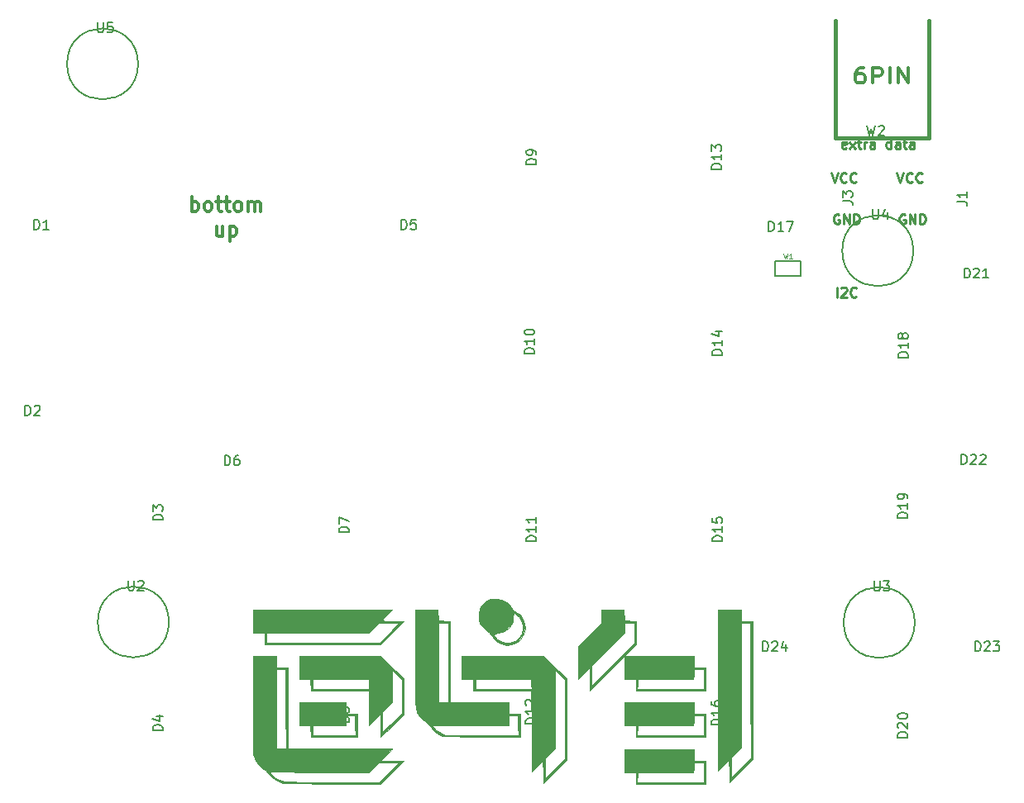
<source format=gto>
%TF.GenerationSoftware,KiCad,Pcbnew,4.0.6*%
%TF.CreationDate,2017-11-03T07:52:01+09:00*%
%TF.ProjectId,lets_split,6C6574735F73706C69742E6B69636164,rev?*%
%TF.FileFunction,Legend,Top*%
%FSLAX46Y46*%
G04 Gerber Fmt 4.6, Leading zero omitted, Abs format (unit mm)*
G04 Created by KiCad (PCBNEW 4.0.6) date 11/03/17 07:52:01*
%MOMM*%
%LPD*%
G01*
G04 APERTURE LIST*
%ADD10C,0.100000*%
%ADD11C,0.300000*%
%ADD12C,0.250000*%
%ADD13C,0.381000*%
%ADD14C,0.200000*%
%ADD15C,0.150000*%
%ADD16C,0.010000*%
%ADD17C,0.304800*%
G04 APERTURE END LIST*
D10*
D11*
X60964286Y-52403571D02*
X60964286Y-50903571D01*
X60964286Y-51475000D02*
X61107143Y-51403571D01*
X61392857Y-51403571D01*
X61535714Y-51475000D01*
X61607143Y-51546429D01*
X61678572Y-51689286D01*
X61678572Y-52117857D01*
X61607143Y-52260714D01*
X61535714Y-52332143D01*
X61392857Y-52403571D01*
X61107143Y-52403571D01*
X60964286Y-52332143D01*
X62535715Y-52403571D02*
X62392857Y-52332143D01*
X62321429Y-52260714D01*
X62250000Y-52117857D01*
X62250000Y-51689286D01*
X62321429Y-51546429D01*
X62392857Y-51475000D01*
X62535715Y-51403571D01*
X62750000Y-51403571D01*
X62892857Y-51475000D01*
X62964286Y-51546429D01*
X63035715Y-51689286D01*
X63035715Y-52117857D01*
X62964286Y-52260714D01*
X62892857Y-52332143D01*
X62750000Y-52403571D01*
X62535715Y-52403571D01*
X63464286Y-51403571D02*
X64035715Y-51403571D01*
X63678572Y-50903571D02*
X63678572Y-52189286D01*
X63750000Y-52332143D01*
X63892858Y-52403571D01*
X64035715Y-52403571D01*
X64321429Y-51403571D02*
X64892858Y-51403571D01*
X64535715Y-50903571D02*
X64535715Y-52189286D01*
X64607143Y-52332143D01*
X64750001Y-52403571D01*
X64892858Y-52403571D01*
X65607144Y-52403571D02*
X65464286Y-52332143D01*
X65392858Y-52260714D01*
X65321429Y-52117857D01*
X65321429Y-51689286D01*
X65392858Y-51546429D01*
X65464286Y-51475000D01*
X65607144Y-51403571D01*
X65821429Y-51403571D01*
X65964286Y-51475000D01*
X66035715Y-51546429D01*
X66107144Y-51689286D01*
X66107144Y-52117857D01*
X66035715Y-52260714D01*
X65964286Y-52332143D01*
X65821429Y-52403571D01*
X65607144Y-52403571D01*
X66750001Y-52403571D02*
X66750001Y-51403571D01*
X66750001Y-51546429D02*
X66821429Y-51475000D01*
X66964287Y-51403571D01*
X67178572Y-51403571D01*
X67321429Y-51475000D01*
X67392858Y-51617857D01*
X67392858Y-52403571D01*
X67392858Y-51617857D02*
X67464287Y-51475000D01*
X67607144Y-51403571D01*
X67821429Y-51403571D01*
X67964287Y-51475000D01*
X68035715Y-51617857D01*
X68035715Y-52403571D01*
X64142857Y-53953571D02*
X64142857Y-54953571D01*
X63500000Y-53953571D02*
X63500000Y-54739286D01*
X63571428Y-54882143D01*
X63714286Y-54953571D01*
X63928571Y-54953571D01*
X64071428Y-54882143D01*
X64142857Y-54810714D01*
X64857143Y-53953571D02*
X64857143Y-55453571D01*
X64857143Y-54025000D02*
X65000000Y-53953571D01*
X65285714Y-53953571D01*
X65428571Y-54025000D01*
X65500000Y-54096429D01*
X65571429Y-54239286D01*
X65571429Y-54667857D01*
X65500000Y-54810714D01*
X65428571Y-54882143D01*
X65285714Y-54953571D01*
X65000000Y-54953571D01*
X64857143Y-54882143D01*
D12*
X127023810Y-61202381D02*
X127023810Y-60202381D01*
X127452381Y-60297619D02*
X127500000Y-60250000D01*
X127595238Y-60202381D01*
X127833334Y-60202381D01*
X127928572Y-60250000D01*
X127976191Y-60297619D01*
X128023810Y-60392857D01*
X128023810Y-60488095D01*
X127976191Y-60630952D01*
X127404762Y-61202381D01*
X128023810Y-61202381D01*
X129023810Y-61107143D02*
X128976191Y-61154762D01*
X128833334Y-61202381D01*
X128738096Y-61202381D01*
X128595238Y-61154762D01*
X128500000Y-61059524D01*
X128452381Y-60964286D01*
X128404762Y-60773810D01*
X128404762Y-60630952D01*
X128452381Y-60440476D01*
X128500000Y-60345238D01*
X128595238Y-60250000D01*
X128738096Y-60202381D01*
X128833334Y-60202381D01*
X128976191Y-60250000D01*
X129023810Y-60297619D01*
X127964285Y-45904762D02*
X127869047Y-45952381D01*
X127678570Y-45952381D01*
X127583332Y-45904762D01*
X127535713Y-45809524D01*
X127535713Y-45428571D01*
X127583332Y-45333333D01*
X127678570Y-45285714D01*
X127869047Y-45285714D01*
X127964285Y-45333333D01*
X128011904Y-45428571D01*
X128011904Y-45523810D01*
X127535713Y-45619048D01*
X128345237Y-45952381D02*
X128869047Y-45285714D01*
X128345237Y-45285714D02*
X128869047Y-45952381D01*
X129107142Y-45285714D02*
X129488094Y-45285714D01*
X129249999Y-44952381D02*
X129249999Y-45809524D01*
X129297618Y-45904762D01*
X129392856Y-45952381D01*
X129488094Y-45952381D01*
X129821428Y-45952381D02*
X129821428Y-45285714D01*
X129821428Y-45476190D02*
X129869047Y-45380952D01*
X129916666Y-45333333D01*
X130011904Y-45285714D01*
X130107143Y-45285714D01*
X130869048Y-45952381D02*
X130869048Y-45428571D01*
X130821429Y-45333333D01*
X130726191Y-45285714D01*
X130535714Y-45285714D01*
X130440476Y-45333333D01*
X130869048Y-45904762D02*
X130773810Y-45952381D01*
X130535714Y-45952381D01*
X130440476Y-45904762D01*
X130392857Y-45809524D01*
X130392857Y-45714286D01*
X130440476Y-45619048D01*
X130535714Y-45571429D01*
X130773810Y-45571429D01*
X130869048Y-45523810D01*
X132535715Y-45952381D02*
X132535715Y-44952381D01*
X132535715Y-45904762D02*
X132440477Y-45952381D01*
X132250000Y-45952381D01*
X132154762Y-45904762D01*
X132107143Y-45857143D01*
X132059524Y-45761905D01*
X132059524Y-45476190D01*
X132107143Y-45380952D01*
X132154762Y-45333333D01*
X132250000Y-45285714D01*
X132440477Y-45285714D01*
X132535715Y-45333333D01*
X133440477Y-45952381D02*
X133440477Y-45428571D01*
X133392858Y-45333333D01*
X133297620Y-45285714D01*
X133107143Y-45285714D01*
X133011905Y-45333333D01*
X133440477Y-45904762D02*
X133345239Y-45952381D01*
X133107143Y-45952381D01*
X133011905Y-45904762D01*
X132964286Y-45809524D01*
X132964286Y-45714286D01*
X133011905Y-45619048D01*
X133107143Y-45571429D01*
X133345239Y-45571429D01*
X133440477Y-45523810D01*
X133773810Y-45285714D02*
X134154762Y-45285714D01*
X133916667Y-44952381D02*
X133916667Y-45809524D01*
X133964286Y-45904762D01*
X134059524Y-45952381D01*
X134154762Y-45952381D01*
X134916668Y-45952381D02*
X134916668Y-45428571D01*
X134869049Y-45333333D01*
X134773811Y-45285714D01*
X134583334Y-45285714D01*
X134488096Y-45333333D01*
X134916668Y-45904762D02*
X134821430Y-45952381D01*
X134583334Y-45952381D01*
X134488096Y-45904762D01*
X134440477Y-45809524D01*
X134440477Y-45714286D01*
X134488096Y-45619048D01*
X134583334Y-45571429D01*
X134821430Y-45571429D01*
X134916668Y-45523810D01*
X127238096Y-52750000D02*
X127142858Y-52702381D01*
X127000001Y-52702381D01*
X126857143Y-52750000D01*
X126761905Y-52845238D01*
X126714286Y-52940476D01*
X126666667Y-53130952D01*
X126666667Y-53273810D01*
X126714286Y-53464286D01*
X126761905Y-53559524D01*
X126857143Y-53654762D01*
X127000001Y-53702381D01*
X127095239Y-53702381D01*
X127238096Y-53654762D01*
X127285715Y-53607143D01*
X127285715Y-53273810D01*
X127095239Y-53273810D01*
X127714286Y-53702381D02*
X127714286Y-52702381D01*
X128285715Y-53702381D01*
X128285715Y-52702381D01*
X128761905Y-53702381D02*
X128761905Y-52702381D01*
X129000000Y-52702381D01*
X129142858Y-52750000D01*
X129238096Y-52845238D01*
X129285715Y-52940476D01*
X129333334Y-53130952D01*
X129333334Y-53273810D01*
X129285715Y-53464286D01*
X129238096Y-53559524D01*
X129142858Y-53654762D01*
X129000000Y-53702381D01*
X128761905Y-53702381D01*
X126416667Y-48452381D02*
X126750000Y-49452381D01*
X127083334Y-48452381D01*
X127988096Y-49357143D02*
X127940477Y-49404762D01*
X127797620Y-49452381D01*
X127702382Y-49452381D01*
X127559524Y-49404762D01*
X127464286Y-49309524D01*
X127416667Y-49214286D01*
X127369048Y-49023810D01*
X127369048Y-48880952D01*
X127416667Y-48690476D01*
X127464286Y-48595238D01*
X127559524Y-48500000D01*
X127702382Y-48452381D01*
X127797620Y-48452381D01*
X127940477Y-48500000D01*
X127988096Y-48547619D01*
X128988096Y-49357143D02*
X128940477Y-49404762D01*
X128797620Y-49452381D01*
X128702382Y-49452381D01*
X128559524Y-49404762D01*
X128464286Y-49309524D01*
X128416667Y-49214286D01*
X128369048Y-49023810D01*
X128369048Y-48880952D01*
X128416667Y-48690476D01*
X128464286Y-48595238D01*
X128559524Y-48500000D01*
X128702382Y-48452381D01*
X128797620Y-48452381D01*
X128940477Y-48500000D01*
X128988096Y-48547619D01*
X133988096Y-52750000D02*
X133892858Y-52702381D01*
X133750001Y-52702381D01*
X133607143Y-52750000D01*
X133511905Y-52845238D01*
X133464286Y-52940476D01*
X133416667Y-53130952D01*
X133416667Y-53273810D01*
X133464286Y-53464286D01*
X133511905Y-53559524D01*
X133607143Y-53654762D01*
X133750001Y-53702381D01*
X133845239Y-53702381D01*
X133988096Y-53654762D01*
X134035715Y-53607143D01*
X134035715Y-53273810D01*
X133845239Y-53273810D01*
X134464286Y-53702381D02*
X134464286Y-52702381D01*
X135035715Y-53702381D01*
X135035715Y-52702381D01*
X135511905Y-53702381D02*
X135511905Y-52702381D01*
X135750000Y-52702381D01*
X135892858Y-52750000D01*
X135988096Y-52845238D01*
X136035715Y-52940476D01*
X136083334Y-53130952D01*
X136083334Y-53273810D01*
X136035715Y-53464286D01*
X135988096Y-53559524D01*
X135892858Y-53654762D01*
X135750000Y-53702381D01*
X135511905Y-53702381D01*
X133166667Y-48452381D02*
X133500000Y-49452381D01*
X133833334Y-48452381D01*
X134738096Y-49357143D02*
X134690477Y-49404762D01*
X134547620Y-49452381D01*
X134452382Y-49452381D01*
X134309524Y-49404762D01*
X134214286Y-49309524D01*
X134166667Y-49214286D01*
X134119048Y-49023810D01*
X134119048Y-48880952D01*
X134166667Y-48690476D01*
X134214286Y-48595238D01*
X134309524Y-48500000D01*
X134452382Y-48452381D01*
X134547620Y-48452381D01*
X134690477Y-48500000D01*
X134738096Y-48547619D01*
X135738096Y-49357143D02*
X135690477Y-49404762D01*
X135547620Y-49452381D01*
X135452382Y-49452381D01*
X135309524Y-49404762D01*
X135214286Y-49309524D01*
X135166667Y-49214286D01*
X135119048Y-49023810D01*
X135119048Y-48880952D01*
X135166667Y-48690476D01*
X135214286Y-48595238D01*
X135309524Y-48500000D01*
X135452382Y-48452381D01*
X135547620Y-48452381D01*
X135690477Y-48500000D01*
X135738096Y-48547619D01*
D13*
X136450600Y-32850000D02*
X136450600Y-44915000D01*
X136450600Y-44915000D02*
X126849400Y-44915000D01*
X126849400Y-44915000D02*
X126849400Y-32850000D01*
D14*
X120700000Y-57488000D02*
X123300000Y-57488000D01*
X123300000Y-57488000D02*
X123300000Y-59012000D01*
X123300000Y-59012000D02*
X120700000Y-59012000D01*
X120700000Y-59012000D02*
X120700000Y-57488000D01*
D15*
X58635877Y-94500000D02*
G75*
G03X58635877Y-94500000I-3635877J0D01*
G01*
X134985877Y-94550000D02*
G75*
G03X134985877Y-94550000I-3635877J0D01*
G01*
X134835877Y-56450000D02*
G75*
G03X134835877Y-56450000I-3635877J0D01*
G01*
X55485877Y-37300000D02*
G75*
G03X55485877Y-37300000I-3635877J0D01*
G01*
D16*
G36*
X69596000Y-99144667D02*
X70781333Y-99144667D01*
X70781333Y-107442000D01*
X76115333Y-107442000D01*
X77048469Y-107442947D01*
X77929695Y-107445678D01*
X78744729Y-107450028D01*
X79479291Y-107455834D01*
X80119099Y-107462932D01*
X80649873Y-107471156D01*
X81057331Y-107480342D01*
X81327192Y-107490327D01*
X81445176Y-107500945D01*
X81449333Y-107503375D01*
X81393362Y-107586240D01*
X81242991Y-107758506D01*
X81024531Y-107990818D01*
X80880104Y-108138375D01*
X80310875Y-108712000D01*
X82674731Y-108712000D01*
X81491666Y-109897333D01*
X80308602Y-111082667D01*
X75439134Y-111072930D01*
X74537622Y-111070121D01*
X73679993Y-111065511D01*
X72882430Y-111059316D01*
X72161117Y-111051752D01*
X71532238Y-111043037D01*
X71011975Y-111033387D01*
X70616512Y-111023019D01*
X70362034Y-111012148D01*
X70273333Y-111003777D01*
X69677978Y-110803257D01*
X69174145Y-110461056D01*
X68800931Y-110029931D01*
X68655034Y-109855000D01*
X68942415Y-109855000D01*
X69065508Y-110042799D01*
X69263315Y-110253833D01*
X69560631Y-110473029D01*
X69894437Y-110661020D01*
X70201716Y-110778438D01*
X70264337Y-110791714D01*
X70489824Y-110833000D01*
X70642739Y-110867658D01*
X70654333Y-110871249D01*
X70752572Y-110876720D01*
X71004564Y-110882085D01*
X71394728Y-110887232D01*
X71907482Y-110892043D01*
X72527247Y-110896405D01*
X73238441Y-110900201D01*
X74025483Y-110903316D01*
X74872793Y-110905636D01*
X75439323Y-110906649D01*
X80139647Y-110913333D01*
X82166353Y-108881333D01*
X80131699Y-108881333D01*
X79626349Y-109392668D01*
X79121000Y-109904003D01*
X74031707Y-109879501D01*
X68942415Y-109855000D01*
X68655034Y-109855000D01*
X68597291Y-109785766D01*
X68333715Y-109538369D01*
X68223654Y-109452535D01*
X67948913Y-109243188D01*
X67760064Y-109057722D01*
X67608040Y-108837034D01*
X67443777Y-108522019D01*
X67433194Y-108500333D01*
X67226987Y-108077000D01*
X67226884Y-107442000D01*
X69596000Y-107442000D01*
X70613642Y-107442000D01*
X70591654Y-103399167D01*
X70569667Y-99356333D01*
X70082833Y-99330941D01*
X69596000Y-99305549D01*
X69596000Y-107442000D01*
X67226884Y-107442000D01*
X67226160Y-103018167D01*
X67225333Y-97959333D01*
X69596000Y-97959333D01*
X69596000Y-99144667D01*
X69596000Y-99144667D01*
G37*
X69596000Y-99144667D02*
X70781333Y-99144667D01*
X70781333Y-107442000D01*
X76115333Y-107442000D01*
X77048469Y-107442947D01*
X77929695Y-107445678D01*
X78744729Y-107450028D01*
X79479291Y-107455834D01*
X80119099Y-107462932D01*
X80649873Y-107471156D01*
X81057331Y-107480342D01*
X81327192Y-107490327D01*
X81445176Y-107500945D01*
X81449333Y-107503375D01*
X81393362Y-107586240D01*
X81242991Y-107758506D01*
X81024531Y-107990818D01*
X80880104Y-108138375D01*
X80310875Y-108712000D01*
X82674731Y-108712000D01*
X81491666Y-109897333D01*
X80308602Y-111082667D01*
X75439134Y-111072930D01*
X74537622Y-111070121D01*
X73679993Y-111065511D01*
X72882430Y-111059316D01*
X72161117Y-111051752D01*
X71532238Y-111043037D01*
X71011975Y-111033387D01*
X70616512Y-111023019D01*
X70362034Y-111012148D01*
X70273333Y-111003777D01*
X69677978Y-110803257D01*
X69174145Y-110461056D01*
X68800931Y-110029931D01*
X68655034Y-109855000D01*
X68942415Y-109855000D01*
X69065508Y-110042799D01*
X69263315Y-110253833D01*
X69560631Y-110473029D01*
X69894437Y-110661020D01*
X70201716Y-110778438D01*
X70264337Y-110791714D01*
X70489824Y-110833000D01*
X70642739Y-110867658D01*
X70654333Y-110871249D01*
X70752572Y-110876720D01*
X71004564Y-110882085D01*
X71394728Y-110887232D01*
X71907482Y-110892043D01*
X72527247Y-110896405D01*
X73238441Y-110900201D01*
X74025483Y-110903316D01*
X74872793Y-110905636D01*
X75439323Y-110906649D01*
X80139647Y-110913333D01*
X82166353Y-108881333D01*
X80131699Y-108881333D01*
X79626349Y-109392668D01*
X79121000Y-109904003D01*
X74031707Y-109879501D01*
X68942415Y-109855000D01*
X68655034Y-109855000D01*
X68597291Y-109785766D01*
X68333715Y-109538369D01*
X68223654Y-109452535D01*
X67948913Y-109243188D01*
X67760064Y-109057722D01*
X67608040Y-108837034D01*
X67443777Y-108522019D01*
X67433194Y-108500333D01*
X67226987Y-108077000D01*
X67226884Y-107442000D01*
X69596000Y-107442000D01*
X70613642Y-107442000D01*
X70591654Y-103399167D01*
X70569667Y-99356333D01*
X70082833Y-99330941D01*
X69596000Y-99305549D01*
X69596000Y-107442000D01*
X67226884Y-107442000D01*
X67226160Y-103018167D01*
X67225333Y-97959333D01*
X69596000Y-97959333D01*
X69596000Y-99144667D01*
G36*
X112352667Y-108712000D02*
X113538000Y-108712000D01*
X113538000Y-111082667D01*
X106426000Y-111082667D01*
X106426000Y-110913333D01*
X106586883Y-110913333D01*
X113368667Y-110913333D01*
X113368667Y-108872883D01*
X112881833Y-108898275D01*
X112395000Y-108923667D01*
X112369641Y-109409379D01*
X112344283Y-109895091D01*
X106637667Y-109939667D01*
X106586883Y-110913333D01*
X106426000Y-110913333D01*
X106426000Y-109897333D01*
X105240667Y-109897333D01*
X105240667Y-107526667D01*
X112352667Y-107526667D01*
X112352667Y-108712000D01*
X112352667Y-108712000D01*
G37*
X112352667Y-108712000D02*
X113538000Y-108712000D01*
X113538000Y-111082667D01*
X106426000Y-111082667D01*
X106426000Y-110913333D01*
X106586883Y-110913333D01*
X113368667Y-110913333D01*
X113368667Y-108872883D01*
X112881833Y-108898275D01*
X112395000Y-108923667D01*
X112369641Y-109409379D01*
X112344283Y-109895091D01*
X106637667Y-109939667D01*
X106586883Y-110913333D01*
X106426000Y-110913333D01*
X106426000Y-109897333D01*
X105240667Y-109897333D01*
X105240667Y-107526667D01*
X112352667Y-107526667D01*
X112352667Y-108712000D01*
G36*
X98150967Y-99124596D02*
X99314000Y-100289858D01*
X99314000Y-108671935D01*
X98128667Y-109855000D01*
X96943333Y-111038065D01*
X96943333Y-109917366D01*
X96938643Y-109503950D01*
X96925796Y-109159313D01*
X96906634Y-108914607D01*
X96882993Y-108800983D01*
X96877183Y-108796667D01*
X96791317Y-108853012D01*
X96619765Y-109003207D01*
X96394153Y-109218988D01*
X96305683Y-109307389D01*
X95800333Y-109818112D01*
X95786773Y-108495032D01*
X97112667Y-108495032D01*
X97112667Y-110529686D01*
X99144667Y-108502980D01*
X99144667Y-100451699D01*
X98128667Y-99446301D01*
X98128667Y-107489634D01*
X97112667Y-108495032D01*
X95786773Y-108495032D01*
X95758000Y-105687889D01*
X95715667Y-101557667D01*
X89746667Y-101513167D01*
X89746667Y-101346000D01*
X90000667Y-101346000D01*
X95766450Y-101346000D01*
X95741058Y-100859167D01*
X95715667Y-100372333D01*
X90000667Y-100327747D01*
X90000667Y-101346000D01*
X89746667Y-101346000D01*
X89746667Y-100330000D01*
X88561333Y-100330000D01*
X88561333Y-97959333D01*
X96987935Y-97959333D01*
X98150967Y-99124596D01*
X98150967Y-99124596D01*
G37*
X98150967Y-99124596D02*
X99314000Y-100289858D01*
X99314000Y-108671935D01*
X98128667Y-109855000D01*
X96943333Y-111038065D01*
X96943333Y-109917366D01*
X96938643Y-109503950D01*
X96925796Y-109159313D01*
X96906634Y-108914607D01*
X96882993Y-108800983D01*
X96877183Y-108796667D01*
X96791317Y-108853012D01*
X96619765Y-109003207D01*
X96394153Y-109218988D01*
X96305683Y-109307389D01*
X95800333Y-109818112D01*
X95786773Y-108495032D01*
X97112667Y-108495032D01*
X97112667Y-110529686D01*
X99144667Y-108502980D01*
X99144667Y-100451699D01*
X98128667Y-99446301D01*
X98128667Y-107489634D01*
X97112667Y-108495032D01*
X95786773Y-108495032D01*
X95758000Y-105687889D01*
X95715667Y-101557667D01*
X89746667Y-101513167D01*
X89746667Y-101346000D01*
X90000667Y-101346000D01*
X95766450Y-101346000D01*
X95741058Y-100859167D01*
X95715667Y-100372333D01*
X90000667Y-100327747D01*
X90000667Y-101346000D01*
X89746667Y-101346000D01*
X89746667Y-100330000D01*
X88561333Y-100330000D01*
X88561333Y-97959333D01*
X96987935Y-97959333D01*
X98150967Y-99124596D01*
G36*
X117178667Y-94403333D02*
X118364000Y-94403333D01*
X118364000Y-108587268D01*
X117178667Y-109770333D01*
X115993333Y-110953398D01*
X115993333Y-109832699D01*
X115988992Y-109419281D01*
X115977103Y-109074643D01*
X115959368Y-108829937D01*
X115937488Y-108716316D01*
X115932111Y-108712000D01*
X115848451Y-108767814D01*
X115676869Y-108917012D01*
X115448158Y-109132228D01*
X115339444Y-109238721D01*
X114808000Y-109765441D01*
X114808000Y-108410366D01*
X116162667Y-108410366D01*
X116162667Y-110445020D01*
X117179157Y-109431177D01*
X118195648Y-108417335D01*
X118173990Y-101516167D01*
X118152333Y-94615000D01*
X117178667Y-94564216D01*
X117178667Y-107404967D01*
X116670667Y-107907667D01*
X116162667Y-108410366D01*
X114808000Y-108410366D01*
X114808000Y-93218000D01*
X117178667Y-93218000D01*
X117178667Y-94403333D01*
X117178667Y-94403333D01*
G37*
X117178667Y-94403333D02*
X118364000Y-94403333D01*
X118364000Y-108587268D01*
X117178667Y-109770333D01*
X115993333Y-110953398D01*
X115993333Y-109832699D01*
X115988992Y-109419281D01*
X115977103Y-109074643D01*
X115959368Y-108829937D01*
X115937488Y-108716316D01*
X115932111Y-108712000D01*
X115848451Y-108767814D01*
X115676869Y-108917012D01*
X115448158Y-109132228D01*
X115339444Y-109238721D01*
X114808000Y-109765441D01*
X114808000Y-108410366D01*
X116162667Y-108410366D01*
X116162667Y-110445020D01*
X117179157Y-109431177D01*
X118195648Y-108417335D01*
X118173990Y-101516167D01*
X118152333Y-94615000D01*
X117178667Y-94564216D01*
X117178667Y-107404967D01*
X116670667Y-107907667D01*
X116162667Y-108410366D01*
X114808000Y-108410366D01*
X114808000Y-93218000D01*
X117178667Y-93218000D01*
X117178667Y-94403333D01*
G36*
X76708000Y-103886000D02*
X77893333Y-103886000D01*
X77893333Y-106256667D01*
X73159737Y-106256667D01*
X73109667Y-105113667D01*
X72538167Y-105088631D01*
X72143288Y-105071333D01*
X73321333Y-105071333D01*
X73321333Y-106087333D01*
X77729374Y-106087333D01*
X77705520Y-105092500D01*
X77681667Y-104097667D01*
X77194833Y-104072275D01*
X76708000Y-104046883D01*
X76708000Y-105071333D01*
X73321333Y-105071333D01*
X72143288Y-105071333D01*
X71966667Y-105063596D01*
X71966667Y-102700667D01*
X76708000Y-102700667D01*
X76708000Y-103886000D01*
X76708000Y-103886000D01*
G37*
X76708000Y-103886000D02*
X77893333Y-103886000D01*
X77893333Y-106256667D01*
X73159737Y-106256667D01*
X73109667Y-105113667D01*
X72538167Y-105088631D01*
X72143288Y-105071333D01*
X73321333Y-105071333D01*
X73321333Y-106087333D01*
X77729374Y-106087333D01*
X77705520Y-105092500D01*
X77681667Y-104097667D01*
X77194833Y-104072275D01*
X76708000Y-104046883D01*
X76708000Y-105071333D01*
X73321333Y-105071333D01*
X72143288Y-105071333D01*
X71966667Y-105063596D01*
X71966667Y-102700667D01*
X76708000Y-102700667D01*
X76708000Y-103886000D01*
G36*
X81471634Y-99124596D02*
X82634667Y-100289858D01*
X82634667Y-104015352D01*
X81511698Y-105136009D01*
X81155497Y-105488308D01*
X80839146Y-105795191D01*
X80582392Y-106037990D01*
X80404983Y-106198034D01*
X80326664Y-106256655D01*
X80326365Y-106256667D01*
X80303742Y-106177105D01*
X80284781Y-105958818D01*
X80271124Y-105632400D01*
X80264413Y-105228448D01*
X80264000Y-105094771D01*
X80264000Y-103932875D01*
X79671333Y-104521000D01*
X79078667Y-105109125D01*
X79078667Y-103753699D01*
X80433333Y-103753699D01*
X80433333Y-104751183D01*
X80438267Y-105139539D01*
X80451697Y-105457249D01*
X80471564Y-105671294D01*
X80495508Y-105748667D01*
X80573629Y-105691828D01*
X80749111Y-105534839D01*
X81000284Y-105297983D01*
X81305478Y-105001548D01*
X81511508Y-104797548D01*
X82465333Y-103846429D01*
X82465333Y-100451699D01*
X81449333Y-99446301D01*
X81449333Y-102748301D01*
X80433333Y-103753699D01*
X79078667Y-103753699D01*
X79078667Y-101515333D01*
X73159737Y-101515333D01*
X73109667Y-100372333D01*
X72538167Y-100347298D01*
X72143287Y-100330000D01*
X73321333Y-100330000D01*
X73321333Y-101346000D01*
X79078667Y-101346000D01*
X79078667Y-100330000D01*
X73321333Y-100330000D01*
X72143287Y-100330000D01*
X71966666Y-100322263D01*
X71966667Y-99140798D01*
X71966667Y-97959333D01*
X80308602Y-97959333D01*
X81471634Y-99124596D01*
X81471634Y-99124596D01*
G37*
X81471634Y-99124596D02*
X82634667Y-100289858D01*
X82634667Y-104015352D01*
X81511698Y-105136009D01*
X81155497Y-105488308D01*
X80839146Y-105795191D01*
X80582392Y-106037990D01*
X80404983Y-106198034D01*
X80326664Y-106256655D01*
X80326365Y-106256667D01*
X80303742Y-106177105D01*
X80284781Y-105958818D01*
X80271124Y-105632400D01*
X80264413Y-105228448D01*
X80264000Y-105094771D01*
X80264000Y-103932875D01*
X79671333Y-104521000D01*
X79078667Y-105109125D01*
X79078667Y-103753699D01*
X80433333Y-103753699D01*
X80433333Y-104751183D01*
X80438267Y-105139539D01*
X80451697Y-105457249D01*
X80471564Y-105671294D01*
X80495508Y-105748667D01*
X80573629Y-105691828D01*
X80749111Y-105534839D01*
X81000284Y-105297983D01*
X81305478Y-105001548D01*
X81511508Y-104797548D01*
X82465333Y-103846429D01*
X82465333Y-100451699D01*
X81449333Y-99446301D01*
X81449333Y-102748301D01*
X80433333Y-103753699D01*
X79078667Y-103753699D01*
X79078667Y-101515333D01*
X73159737Y-101515333D01*
X73109667Y-100372333D01*
X72538167Y-100347298D01*
X72143287Y-100330000D01*
X73321333Y-100330000D01*
X73321333Y-101346000D01*
X79078667Y-101346000D01*
X79078667Y-100330000D01*
X73321333Y-100330000D01*
X72143287Y-100330000D01*
X71966666Y-100322263D01*
X71966667Y-99140798D01*
X71966667Y-97959333D01*
X80308602Y-97959333D01*
X81471634Y-99124596D01*
G36*
X86233000Y-94361000D02*
X87376000Y-94411070D01*
X87376000Y-102700667D01*
X93387333Y-102700667D01*
X93387333Y-103886000D01*
X94572667Y-103886000D01*
X94572667Y-106256667D01*
X90699167Y-106249982D01*
X89648951Y-106246098D01*
X88744881Y-106238382D01*
X87990995Y-106226928D01*
X87391333Y-106211832D01*
X86949932Y-106193189D01*
X86670833Y-106171095D01*
X86571667Y-106152759D01*
X86148419Y-105941286D01*
X85752558Y-105637411D01*
X85451199Y-105293628D01*
X85428667Y-105258790D01*
X85312034Y-105113667D01*
X85573267Y-105113667D01*
X85799287Y-105382250D01*
X86008490Y-105575899D01*
X86293654Y-105774420D01*
X86463277Y-105869083D01*
X86901247Y-106087333D01*
X94408707Y-106087333D01*
X94384853Y-105092500D01*
X94361000Y-104097667D01*
X93874167Y-104072275D01*
X93387333Y-104046883D01*
X93387333Y-105069642D01*
X89480300Y-105091654D01*
X85573267Y-105113667D01*
X85312034Y-105113667D01*
X85217269Y-104995754D01*
X84948646Y-104754230D01*
X84868077Y-104698253D01*
X84596356Y-104484210D01*
X84347035Y-104222149D01*
X84290769Y-104147363D01*
X84195442Y-104007130D01*
X84113938Y-103873285D01*
X84045175Y-103731953D01*
X83988070Y-103569261D01*
X83941541Y-103371335D01*
X83904503Y-103124299D01*
X83875876Y-102814281D01*
X83869621Y-102700667D01*
X86189024Y-102700667D01*
X87206667Y-102700667D01*
X87206667Y-94564216D01*
X86719833Y-94589608D01*
X86233000Y-94615000D01*
X86211012Y-98657833D01*
X86189024Y-102700667D01*
X83869621Y-102700667D01*
X83854575Y-102427405D01*
X83839519Y-101949797D01*
X83829623Y-101367584D01*
X83823807Y-100666891D01*
X83820985Y-99833843D01*
X83820077Y-98854568D01*
X83820000Y-98115210D01*
X83820000Y-93218000D01*
X86182930Y-93218000D01*
X86233000Y-94361000D01*
X86233000Y-94361000D01*
G37*
X86233000Y-94361000D02*
X87376000Y-94411070D01*
X87376000Y-102700667D01*
X93387333Y-102700667D01*
X93387333Y-103886000D01*
X94572667Y-103886000D01*
X94572667Y-106256667D01*
X90699167Y-106249982D01*
X89648951Y-106246098D01*
X88744881Y-106238382D01*
X87990995Y-106226928D01*
X87391333Y-106211832D01*
X86949932Y-106193189D01*
X86670833Y-106171095D01*
X86571667Y-106152759D01*
X86148419Y-105941286D01*
X85752558Y-105637411D01*
X85451199Y-105293628D01*
X85428667Y-105258790D01*
X85312034Y-105113667D01*
X85573267Y-105113667D01*
X85799287Y-105382250D01*
X86008490Y-105575899D01*
X86293654Y-105774420D01*
X86463277Y-105869083D01*
X86901247Y-106087333D01*
X94408707Y-106087333D01*
X94384853Y-105092500D01*
X94361000Y-104097667D01*
X93874167Y-104072275D01*
X93387333Y-104046883D01*
X93387333Y-105069642D01*
X89480300Y-105091654D01*
X85573267Y-105113667D01*
X85312034Y-105113667D01*
X85217269Y-104995754D01*
X84948646Y-104754230D01*
X84868077Y-104698253D01*
X84596356Y-104484210D01*
X84347035Y-104222149D01*
X84290769Y-104147363D01*
X84195442Y-104007130D01*
X84113938Y-103873285D01*
X84045175Y-103731953D01*
X83988070Y-103569261D01*
X83941541Y-103371335D01*
X83904503Y-103124299D01*
X83875876Y-102814281D01*
X83869621Y-102700667D01*
X86189024Y-102700667D01*
X87206667Y-102700667D01*
X87206667Y-94564216D01*
X86719833Y-94589608D01*
X86233000Y-94615000D01*
X86211012Y-98657833D01*
X86189024Y-102700667D01*
X83869621Y-102700667D01*
X83854575Y-102427405D01*
X83839519Y-101949797D01*
X83829623Y-101367584D01*
X83823807Y-100666891D01*
X83820985Y-99833843D01*
X83820077Y-98854568D01*
X83820000Y-98115210D01*
X83820000Y-93218000D01*
X86182930Y-93218000D01*
X86233000Y-94361000D01*
G36*
X112352667Y-103886000D02*
X113538000Y-103886000D01*
X113538000Y-106256667D01*
X106426000Y-106256667D01*
X106426000Y-106087333D01*
X106586883Y-106087333D01*
X113368667Y-106087333D01*
X113368667Y-104046883D01*
X112881833Y-104072275D01*
X112395000Y-104097667D01*
X112369641Y-104583379D01*
X112344283Y-105069091D01*
X106637667Y-105113667D01*
X106586883Y-106087333D01*
X106426000Y-106087333D01*
X106426000Y-105071333D01*
X105240667Y-105071333D01*
X105240667Y-102700667D01*
X112352667Y-102700667D01*
X112352667Y-103886000D01*
X112352667Y-103886000D01*
G37*
X112352667Y-103886000D02*
X113538000Y-103886000D01*
X113538000Y-106256667D01*
X106426000Y-106256667D01*
X106426000Y-106087333D01*
X106586883Y-106087333D01*
X113368667Y-106087333D01*
X113368667Y-104046883D01*
X112881833Y-104072275D01*
X112395000Y-104097667D01*
X112369641Y-104583379D01*
X112344283Y-105069091D01*
X106637667Y-105113667D01*
X106586883Y-106087333D01*
X106426000Y-106087333D01*
X106426000Y-105071333D01*
X105240667Y-105071333D01*
X105240667Y-102700667D01*
X112352667Y-102700667D01*
X112352667Y-103886000D01*
G36*
X105283000Y-94361000D02*
X106426000Y-94411070D01*
X106426000Y-96812084D01*
X105856771Y-97385708D01*
X105287541Y-97959333D01*
X112352667Y-97959333D01*
X112352667Y-99144667D01*
X113538000Y-99144667D01*
X113538000Y-101515333D01*
X106426000Y-101515333D01*
X106426000Y-101346000D01*
X106586883Y-101346000D01*
X113368667Y-101346000D01*
X113368667Y-99305549D01*
X112881833Y-99330941D01*
X112395000Y-99356333D01*
X112369641Y-99842045D01*
X112344283Y-100327758D01*
X109490975Y-100350045D01*
X106637667Y-100372333D01*
X106612275Y-100859167D01*
X106586883Y-101346000D01*
X106426000Y-101346000D01*
X106426000Y-100330000D01*
X105240667Y-100330000D01*
X105240667Y-98003179D01*
X103462667Y-99779667D01*
X101684667Y-101556154D01*
X101684667Y-99191541D01*
X101092000Y-99779667D01*
X100499333Y-100367792D01*
X100499333Y-99016079D01*
X101854000Y-99016079D01*
X101854000Y-101048445D01*
X104055333Y-98848333D01*
X106256667Y-96648221D01*
X106256667Y-94564216D01*
X105769833Y-94589608D01*
X105283000Y-94615000D01*
X105258228Y-95127395D01*
X105233457Y-95639790D01*
X103543728Y-97327935D01*
X101854000Y-99016079D01*
X100499333Y-99016079D01*
X100499333Y-96983398D01*
X101684667Y-95800333D01*
X102870000Y-94617268D01*
X102870000Y-93218000D01*
X105232930Y-93218000D01*
X105283000Y-94361000D01*
X105283000Y-94361000D01*
G37*
X105283000Y-94361000D02*
X106426000Y-94411070D01*
X106426000Y-96812084D01*
X105856771Y-97385708D01*
X105287541Y-97959333D01*
X112352667Y-97959333D01*
X112352667Y-99144667D01*
X113538000Y-99144667D01*
X113538000Y-101515333D01*
X106426000Y-101515333D01*
X106426000Y-101346000D01*
X106586883Y-101346000D01*
X113368667Y-101346000D01*
X113368667Y-99305549D01*
X112881833Y-99330941D01*
X112395000Y-99356333D01*
X112369641Y-99842045D01*
X112344283Y-100327758D01*
X109490975Y-100350045D01*
X106637667Y-100372333D01*
X106612275Y-100859167D01*
X106586883Y-101346000D01*
X106426000Y-101346000D01*
X106426000Y-100330000D01*
X105240667Y-100330000D01*
X105240667Y-98003179D01*
X103462667Y-99779667D01*
X101684667Y-101556154D01*
X101684667Y-99191541D01*
X101092000Y-99779667D01*
X100499333Y-100367792D01*
X100499333Y-99016079D01*
X101854000Y-99016079D01*
X101854000Y-101048445D01*
X104055333Y-98848333D01*
X106256667Y-96648221D01*
X106256667Y-94564216D01*
X105769833Y-94589608D01*
X105283000Y-94615000D01*
X105258228Y-95127395D01*
X105233457Y-95639790D01*
X103543728Y-97327935D01*
X101854000Y-99016079D01*
X100499333Y-99016079D01*
X100499333Y-96983398D01*
X101684667Y-95800333D01*
X102870000Y-94617268D01*
X102870000Y-93218000D01*
X105232930Y-93218000D01*
X105283000Y-94361000D01*
G36*
X92627257Y-92182174D02*
X93080802Y-92362540D01*
X93452564Y-92637198D01*
X93708247Y-92984915D01*
X93768639Y-93134296D01*
X93875633Y-93280740D01*
X94073808Y-93431499D01*
X94134323Y-93465180D01*
X94565842Y-93773913D01*
X94872399Y-94177958D01*
X95045658Y-94649856D01*
X95077281Y-95162148D01*
X94958929Y-95687374D01*
X94870445Y-95889543D01*
X94565887Y-96320578D01*
X94161443Y-96631109D01*
X93687015Y-96809391D01*
X93172504Y-96843681D01*
X92700269Y-96741859D01*
X92215807Y-96499296D01*
X91862077Y-96169380D01*
X91723489Y-95944097D01*
X91591720Y-95768907D01*
X91863333Y-95768907D01*
X91918789Y-95865295D01*
X92061441Y-96034730D01*
X92190984Y-96170317D01*
X92607616Y-96481454D01*
X93064877Y-96630604D01*
X93548360Y-96615918D01*
X94043655Y-96435550D01*
X94084669Y-96413174D01*
X94480691Y-96105848D01*
X94743013Y-95719934D01*
X94869359Y-95283625D01*
X94857451Y-94825114D01*
X94705013Y-94372593D01*
X94409768Y-93954254D01*
X94292553Y-93839222D01*
X93937667Y-93518345D01*
X93887354Y-93984097D01*
X93811784Y-94414705D01*
X93672631Y-94751003D01*
X93438633Y-95064900D01*
X93398155Y-95109392D01*
X93091691Y-95377640D01*
X92740263Y-95544655D01*
X92299907Y-95637235D01*
X92054490Y-95682635D01*
X91896116Y-95736591D01*
X91863333Y-95768907D01*
X91591720Y-95768907D01*
X91476871Y-95616213D01*
X91150574Y-95373809D01*
X90758163Y-95049232D01*
X90489412Y-94637428D01*
X90347040Y-94169691D01*
X90333765Y-93677315D01*
X90452305Y-93191592D01*
X90705380Y-92743818D01*
X90903079Y-92524886D01*
X91196084Y-92301898D01*
X91526466Y-92173017D01*
X91946698Y-92120758D01*
X92126218Y-92117333D01*
X92627257Y-92182174D01*
X92627257Y-92182174D01*
G37*
X92627257Y-92182174D02*
X93080802Y-92362540D01*
X93452564Y-92637198D01*
X93708247Y-92984915D01*
X93768639Y-93134296D01*
X93875633Y-93280740D01*
X94073808Y-93431499D01*
X94134323Y-93465180D01*
X94565842Y-93773913D01*
X94872399Y-94177958D01*
X95045658Y-94649856D01*
X95077281Y-95162148D01*
X94958929Y-95687374D01*
X94870445Y-95889543D01*
X94565887Y-96320578D01*
X94161443Y-96631109D01*
X93687015Y-96809391D01*
X93172504Y-96843681D01*
X92700269Y-96741859D01*
X92215807Y-96499296D01*
X91862077Y-96169380D01*
X91723489Y-95944097D01*
X91591720Y-95768907D01*
X91863333Y-95768907D01*
X91918789Y-95865295D01*
X92061441Y-96034730D01*
X92190984Y-96170317D01*
X92607616Y-96481454D01*
X93064877Y-96630604D01*
X93548360Y-96615918D01*
X94043655Y-96435550D01*
X94084669Y-96413174D01*
X94480691Y-96105848D01*
X94743013Y-95719934D01*
X94869359Y-95283625D01*
X94857451Y-94825114D01*
X94705013Y-94372593D01*
X94409768Y-93954254D01*
X94292553Y-93839222D01*
X93937667Y-93518345D01*
X93887354Y-93984097D01*
X93811784Y-94414705D01*
X93672631Y-94751003D01*
X93438633Y-95064900D01*
X93398155Y-95109392D01*
X93091691Y-95377640D01*
X92740263Y-95544655D01*
X92299907Y-95637235D01*
X92054490Y-95682635D01*
X91896116Y-95736591D01*
X91863333Y-95768907D01*
X91591720Y-95768907D01*
X91476871Y-95616213D01*
X91150574Y-95373809D01*
X90758163Y-95049232D01*
X90489412Y-94637428D01*
X90347040Y-94169691D01*
X90333765Y-93677315D01*
X90452305Y-93191592D01*
X90705380Y-92743818D01*
X90903079Y-92524886D01*
X91196084Y-92301898D01*
X91526466Y-92173017D01*
X91946698Y-92120758D01*
X92126218Y-92117333D01*
X92627257Y-92182174D01*
G36*
X80960054Y-93749444D02*
X80724789Y-93993307D01*
X80543724Y-94193337D01*
X80444225Y-94318743D01*
X80433333Y-94342111D01*
X80512801Y-94364696D01*
X80730438Y-94383523D01*
X81055090Y-94396890D01*
X81455605Y-94403097D01*
X81554032Y-94403333D01*
X82674731Y-94403333D01*
X81491667Y-95588667D01*
X80308602Y-96774000D01*
X68410667Y-96774000D01*
X68410667Y-95588667D01*
X68580000Y-95588667D01*
X68580000Y-96604667D01*
X80219017Y-96604667D01*
X81172842Y-95653548D01*
X81496904Y-95326527D01*
X81773765Y-95039739D01*
X81983072Y-94814865D01*
X82104471Y-94673583D01*
X82126667Y-94637548D01*
X82047512Y-94612287D01*
X81832061Y-94591622D01*
X81513332Y-94577699D01*
X81129183Y-94572667D01*
X80131699Y-94572667D01*
X79629000Y-95080666D01*
X79126301Y-95588666D01*
X73853150Y-95588667D01*
X68580000Y-95588667D01*
X68410667Y-95588667D01*
X67225333Y-95588667D01*
X67225333Y-93218000D01*
X81486775Y-93218000D01*
X80960054Y-93749444D01*
X80960054Y-93749444D01*
G37*
X80960054Y-93749444D02*
X80724789Y-93993307D01*
X80543724Y-94193337D01*
X80444225Y-94318743D01*
X80433333Y-94342111D01*
X80512801Y-94364696D01*
X80730438Y-94383523D01*
X81055090Y-94396890D01*
X81455605Y-94403097D01*
X81554032Y-94403333D01*
X82674731Y-94403333D01*
X81491667Y-95588667D01*
X80308602Y-96774000D01*
X68410667Y-96774000D01*
X68410667Y-95588667D01*
X68580000Y-95588667D01*
X68580000Y-96604667D01*
X80219017Y-96604667D01*
X81172842Y-95653548D01*
X81496904Y-95326527D01*
X81773765Y-95039739D01*
X81983072Y-94814865D01*
X82104471Y-94673583D01*
X82126667Y-94637548D01*
X82047512Y-94612287D01*
X81832061Y-94591622D01*
X81513332Y-94577699D01*
X81129183Y-94572667D01*
X80131699Y-94572667D01*
X79629000Y-95080666D01*
X79126301Y-95588666D01*
X73853150Y-95588667D01*
X68580000Y-95588667D01*
X68410667Y-95588667D01*
X67225333Y-95588667D01*
X67225333Y-93218000D01*
X81486775Y-93218000D01*
X80960054Y-93749444D01*
D15*
X134239841Y-106326946D02*
X133239841Y-106326946D01*
X133239841Y-106088851D01*
X133287460Y-105945993D01*
X133382698Y-105850755D01*
X133477936Y-105803136D01*
X133668412Y-105755517D01*
X133811270Y-105755517D01*
X134001746Y-105803136D01*
X134096984Y-105850755D01*
X134192222Y-105945993D01*
X134239841Y-106088851D01*
X134239841Y-106326946D01*
X133335079Y-105374565D02*
X133287460Y-105326946D01*
X133239841Y-105231708D01*
X133239841Y-104993612D01*
X133287460Y-104898374D01*
X133335079Y-104850755D01*
X133430317Y-104803136D01*
X133525555Y-104803136D01*
X133668412Y-104850755D01*
X134239841Y-105422184D01*
X134239841Y-104803136D01*
X133239841Y-104184089D02*
X133239841Y-104088850D01*
X133287460Y-103993612D01*
X133335079Y-103945993D01*
X133430317Y-103898374D01*
X133620793Y-103850755D01*
X133858889Y-103850755D01*
X134049365Y-103898374D01*
X134144603Y-103945993D01*
X134192222Y-103993612D01*
X134239841Y-104088850D01*
X134239841Y-104184089D01*
X134192222Y-104279327D01*
X134144603Y-104326946D01*
X134049365Y-104374565D01*
X133858889Y-104422184D01*
X133620793Y-104422184D01*
X133430317Y-104374565D01*
X133335079Y-104326946D01*
X133287460Y-104279327D01*
X133239841Y-104184089D01*
X77089841Y-104750755D02*
X76089841Y-104750755D01*
X76089841Y-104512660D01*
X76137460Y-104369802D01*
X76232698Y-104274564D01*
X76327936Y-104226945D01*
X76518412Y-104179326D01*
X76661270Y-104179326D01*
X76851746Y-104226945D01*
X76946984Y-104274564D01*
X77042222Y-104369802D01*
X77089841Y-104512660D01*
X77089841Y-104750755D01*
X76518412Y-103607898D02*
X76470793Y-103703136D01*
X76423174Y-103750755D01*
X76327936Y-103798374D01*
X76280317Y-103798374D01*
X76185079Y-103750755D01*
X76137460Y-103703136D01*
X76089841Y-103607898D01*
X76089841Y-103417421D01*
X76137460Y-103322183D01*
X76185079Y-103274564D01*
X76280317Y-103226945D01*
X76327936Y-103226945D01*
X76423174Y-103274564D01*
X76470793Y-103322183D01*
X76518412Y-103417421D01*
X76518412Y-103607898D01*
X76566031Y-103703136D01*
X76613650Y-103750755D01*
X76708889Y-103798374D01*
X76899365Y-103798374D01*
X76994603Y-103750755D01*
X77042222Y-103703136D01*
X77089841Y-103607898D01*
X77089841Y-103417421D01*
X77042222Y-103322183D01*
X76994603Y-103274564D01*
X76899365Y-103226945D01*
X76708889Y-103226945D01*
X76613650Y-103274564D01*
X76566031Y-103322183D01*
X76518412Y-103417421D01*
X96139841Y-104926946D02*
X95139841Y-104926946D01*
X95139841Y-104688851D01*
X95187460Y-104545993D01*
X95282698Y-104450755D01*
X95377936Y-104403136D01*
X95568412Y-104355517D01*
X95711270Y-104355517D01*
X95901746Y-104403136D01*
X95996984Y-104450755D01*
X96092222Y-104545993D01*
X96139841Y-104688851D01*
X96139841Y-104926946D01*
X96139841Y-103403136D02*
X96139841Y-103974565D01*
X96139841Y-103688851D02*
X95139841Y-103688851D01*
X95282698Y-103784089D01*
X95377936Y-103879327D01*
X95425555Y-103974565D01*
X95235079Y-103022184D02*
X95187460Y-102974565D01*
X95139841Y-102879327D01*
X95139841Y-102641231D01*
X95187460Y-102545993D01*
X95235079Y-102498374D01*
X95330317Y-102450755D01*
X95425555Y-102450755D01*
X95568412Y-102498374D01*
X96139841Y-103069803D01*
X96139841Y-102450755D01*
X115139841Y-105026946D02*
X114139841Y-105026946D01*
X114139841Y-104788851D01*
X114187460Y-104645993D01*
X114282698Y-104550755D01*
X114377936Y-104503136D01*
X114568412Y-104455517D01*
X114711270Y-104455517D01*
X114901746Y-104503136D01*
X114996984Y-104550755D01*
X115092222Y-104645993D01*
X115139841Y-104788851D01*
X115139841Y-105026946D01*
X115139841Y-103503136D02*
X115139841Y-104074565D01*
X115139841Y-103788851D02*
X114139841Y-103788851D01*
X114282698Y-103884089D01*
X114377936Y-103979327D01*
X114425555Y-104074565D01*
X114139841Y-102645993D02*
X114139841Y-102836470D01*
X114187460Y-102931708D01*
X114235079Y-102979327D01*
X114377936Y-103074565D01*
X114568412Y-103122184D01*
X114949365Y-103122184D01*
X115044603Y-103074565D01*
X115092222Y-103026946D01*
X115139841Y-102931708D01*
X115139841Y-102741231D01*
X115092222Y-102645993D01*
X115044603Y-102598374D01*
X114949365Y-102550755D01*
X114711270Y-102550755D01*
X114616031Y-102598374D01*
X114568412Y-102645993D01*
X114520793Y-102741231D01*
X114520793Y-102931708D01*
X114568412Y-103026946D01*
X114616031Y-103074565D01*
X114711270Y-103122184D01*
X119423054Y-97489841D02*
X119423054Y-96489841D01*
X119661149Y-96489841D01*
X119804007Y-96537460D01*
X119899245Y-96632698D01*
X119946864Y-96727936D01*
X119994483Y-96918412D01*
X119994483Y-97061270D01*
X119946864Y-97251746D01*
X119899245Y-97346984D01*
X119804007Y-97442222D01*
X119661149Y-97489841D01*
X119423054Y-97489841D01*
X120375435Y-96585079D02*
X120423054Y-96537460D01*
X120518292Y-96489841D01*
X120756388Y-96489841D01*
X120851626Y-96537460D01*
X120899245Y-96585079D01*
X120946864Y-96680317D01*
X120946864Y-96775555D01*
X120899245Y-96918412D01*
X120327816Y-97489841D01*
X120946864Y-97489841D01*
X121804007Y-96823174D02*
X121804007Y-97489841D01*
X121565911Y-96442222D02*
X121327816Y-97156508D01*
X121946864Y-97156508D01*
X139773054Y-78339841D02*
X139773054Y-77339841D01*
X140011149Y-77339841D01*
X140154007Y-77387460D01*
X140249245Y-77482698D01*
X140296864Y-77577936D01*
X140344483Y-77768412D01*
X140344483Y-77911270D01*
X140296864Y-78101746D01*
X140249245Y-78196984D01*
X140154007Y-78292222D01*
X140011149Y-78339841D01*
X139773054Y-78339841D01*
X140725435Y-77435079D02*
X140773054Y-77387460D01*
X140868292Y-77339841D01*
X141106388Y-77339841D01*
X141201626Y-77387460D01*
X141249245Y-77435079D01*
X141296864Y-77530317D01*
X141296864Y-77625555D01*
X141249245Y-77768412D01*
X140677816Y-78339841D01*
X141296864Y-78339841D01*
X141677816Y-77435079D02*
X141725435Y-77387460D01*
X141820673Y-77339841D01*
X142058769Y-77339841D01*
X142154007Y-77387460D01*
X142201626Y-77435079D01*
X142249245Y-77530317D01*
X142249245Y-77625555D01*
X142201626Y-77768412D01*
X141630197Y-78339841D01*
X142249245Y-78339841D01*
X141173054Y-97489841D02*
X141173054Y-96489841D01*
X141411149Y-96489841D01*
X141554007Y-96537460D01*
X141649245Y-96632698D01*
X141696864Y-96727936D01*
X141744483Y-96918412D01*
X141744483Y-97061270D01*
X141696864Y-97251746D01*
X141649245Y-97346984D01*
X141554007Y-97442222D01*
X141411149Y-97489841D01*
X141173054Y-97489841D01*
X142125435Y-96585079D02*
X142173054Y-96537460D01*
X142268292Y-96489841D01*
X142506388Y-96489841D01*
X142601626Y-96537460D01*
X142649245Y-96585079D01*
X142696864Y-96680317D01*
X142696864Y-96775555D01*
X142649245Y-96918412D01*
X142077816Y-97489841D01*
X142696864Y-97489841D01*
X143030197Y-96489841D02*
X143649245Y-96489841D01*
X143315911Y-96870793D01*
X143458769Y-96870793D01*
X143554007Y-96918412D01*
X143601626Y-96966031D01*
X143649245Y-97061270D01*
X143649245Y-97299365D01*
X143601626Y-97394603D01*
X143554007Y-97442222D01*
X143458769Y-97489841D01*
X143173054Y-97489841D01*
X143077816Y-97442222D01*
X143030197Y-97394603D01*
X115289841Y-86226946D02*
X114289841Y-86226946D01*
X114289841Y-85988851D01*
X114337460Y-85845993D01*
X114432698Y-85750755D01*
X114527936Y-85703136D01*
X114718412Y-85655517D01*
X114861270Y-85655517D01*
X115051746Y-85703136D01*
X115146984Y-85750755D01*
X115242222Y-85845993D01*
X115289841Y-85988851D01*
X115289841Y-86226946D01*
X115289841Y-84703136D02*
X115289841Y-85274565D01*
X115289841Y-84988851D02*
X114289841Y-84988851D01*
X114432698Y-85084089D01*
X114527936Y-85179327D01*
X114575555Y-85274565D01*
X114289841Y-83798374D02*
X114289841Y-84274565D01*
X114766031Y-84322184D01*
X114718412Y-84274565D01*
X114670793Y-84179327D01*
X114670793Y-83941231D01*
X114718412Y-83845993D01*
X114766031Y-83798374D01*
X114861270Y-83750755D01*
X115099365Y-83750755D01*
X115194603Y-83798374D01*
X115242222Y-83845993D01*
X115289841Y-83941231D01*
X115289841Y-84179327D01*
X115242222Y-84274565D01*
X115194603Y-84322184D01*
X96239841Y-86226946D02*
X95239841Y-86226946D01*
X95239841Y-85988851D01*
X95287460Y-85845993D01*
X95382698Y-85750755D01*
X95477936Y-85703136D01*
X95668412Y-85655517D01*
X95811270Y-85655517D01*
X96001746Y-85703136D01*
X96096984Y-85750755D01*
X96192222Y-85845993D01*
X96239841Y-85988851D01*
X96239841Y-86226946D01*
X96239841Y-84703136D02*
X96239841Y-85274565D01*
X96239841Y-84988851D02*
X95239841Y-84988851D01*
X95382698Y-85084089D01*
X95477936Y-85179327D01*
X95525555Y-85274565D01*
X96239841Y-83750755D02*
X96239841Y-84322184D01*
X96239841Y-84036470D02*
X95239841Y-84036470D01*
X95382698Y-84131708D01*
X95477936Y-84226946D01*
X95525555Y-84322184D01*
X77039841Y-85300755D02*
X76039841Y-85300755D01*
X76039841Y-85062660D01*
X76087460Y-84919802D01*
X76182698Y-84824564D01*
X76277936Y-84776945D01*
X76468412Y-84729326D01*
X76611270Y-84729326D01*
X76801746Y-84776945D01*
X76896984Y-84824564D01*
X76992222Y-84919802D01*
X77039841Y-85062660D01*
X77039841Y-85300755D01*
X76039841Y-84395993D02*
X76039841Y-83729326D01*
X77039841Y-84157898D01*
X43924565Y-73314921D02*
X43924565Y-72314921D01*
X44162660Y-72314921D01*
X44305518Y-72362540D01*
X44400756Y-72457778D01*
X44448375Y-72553016D01*
X44495994Y-72743492D01*
X44495994Y-72886350D01*
X44448375Y-73076826D01*
X44400756Y-73172064D01*
X44305518Y-73267302D01*
X44162660Y-73314921D01*
X43924565Y-73314921D01*
X44876946Y-72410159D02*
X44924565Y-72362540D01*
X45019803Y-72314921D01*
X45257899Y-72314921D01*
X45353137Y-72362540D01*
X45400756Y-72410159D01*
X45448375Y-72505397D01*
X45448375Y-72600635D01*
X45400756Y-72743492D01*
X44829327Y-73314921D01*
X45448375Y-73314921D01*
X57989841Y-105600755D02*
X56989841Y-105600755D01*
X56989841Y-105362660D01*
X57037460Y-105219802D01*
X57132698Y-105124564D01*
X57227936Y-105076945D01*
X57418412Y-105029326D01*
X57561270Y-105029326D01*
X57751746Y-105076945D01*
X57846984Y-105124564D01*
X57942222Y-105219802D01*
X57989841Y-105362660D01*
X57989841Y-105600755D01*
X57323174Y-104172183D02*
X57989841Y-104172183D01*
X56942222Y-104410279D02*
X57656508Y-104648374D01*
X57656508Y-104029326D01*
X64349245Y-78439841D02*
X64349245Y-77439841D01*
X64587340Y-77439841D01*
X64730198Y-77487460D01*
X64825436Y-77582698D01*
X64873055Y-77677936D01*
X64920674Y-77868412D01*
X64920674Y-78011270D01*
X64873055Y-78201746D01*
X64825436Y-78296984D01*
X64730198Y-78392222D01*
X64587340Y-78439841D01*
X64349245Y-78439841D01*
X65777817Y-77439841D02*
X65587340Y-77439841D01*
X65492102Y-77487460D01*
X65444483Y-77535079D01*
X65349245Y-77677936D01*
X65301626Y-77868412D01*
X65301626Y-78249365D01*
X65349245Y-78344603D01*
X65396864Y-78392222D01*
X65492102Y-78439841D01*
X65682579Y-78439841D01*
X65777817Y-78392222D01*
X65825436Y-78344603D01*
X65873055Y-78249365D01*
X65873055Y-78011270D01*
X65825436Y-77916031D01*
X65777817Y-77868412D01*
X65682579Y-77820793D01*
X65492102Y-77820793D01*
X65396864Y-77868412D01*
X65349245Y-77916031D01*
X65301626Y-78011270D01*
X96039841Y-66976946D02*
X95039841Y-66976946D01*
X95039841Y-66738851D01*
X95087460Y-66595993D01*
X95182698Y-66500755D01*
X95277936Y-66453136D01*
X95468412Y-66405517D01*
X95611270Y-66405517D01*
X95801746Y-66453136D01*
X95896984Y-66500755D01*
X95992222Y-66595993D01*
X96039841Y-66738851D01*
X96039841Y-66976946D01*
X96039841Y-65453136D02*
X96039841Y-66024565D01*
X96039841Y-65738851D02*
X95039841Y-65738851D01*
X95182698Y-65834089D01*
X95277936Y-65929327D01*
X95325555Y-66024565D01*
X95039841Y-64834089D02*
X95039841Y-64738850D01*
X95087460Y-64643612D01*
X95135079Y-64595993D01*
X95230317Y-64548374D01*
X95420793Y-64500755D01*
X95658889Y-64500755D01*
X95849365Y-64548374D01*
X95944603Y-64595993D01*
X95992222Y-64643612D01*
X96039841Y-64738850D01*
X96039841Y-64834089D01*
X95992222Y-64929327D01*
X95944603Y-64976946D01*
X95849365Y-65024565D01*
X95658889Y-65072184D01*
X95420793Y-65072184D01*
X95230317Y-65024565D01*
X95135079Y-64976946D01*
X95087460Y-64929327D01*
X95039841Y-64834089D01*
X115239841Y-67126946D02*
X114239841Y-67126946D01*
X114239841Y-66888851D01*
X114287460Y-66745993D01*
X114382698Y-66650755D01*
X114477936Y-66603136D01*
X114668412Y-66555517D01*
X114811270Y-66555517D01*
X115001746Y-66603136D01*
X115096984Y-66650755D01*
X115192222Y-66745993D01*
X115239841Y-66888851D01*
X115239841Y-67126946D01*
X115239841Y-65603136D02*
X115239841Y-66174565D01*
X115239841Y-65888851D02*
X114239841Y-65888851D01*
X114382698Y-65984089D01*
X114477936Y-66079327D01*
X114525555Y-66174565D01*
X114573174Y-64745993D02*
X115239841Y-64745993D01*
X114192222Y-64984089D02*
X114906508Y-65222184D01*
X114906508Y-64603136D01*
X134289841Y-67376946D02*
X133289841Y-67376946D01*
X133289841Y-67138851D01*
X133337460Y-66995993D01*
X133432698Y-66900755D01*
X133527936Y-66853136D01*
X133718412Y-66805517D01*
X133861270Y-66805517D01*
X134051746Y-66853136D01*
X134146984Y-66900755D01*
X134242222Y-66995993D01*
X134289841Y-67138851D01*
X134289841Y-67376946D01*
X134289841Y-65853136D02*
X134289841Y-66424565D01*
X134289841Y-66138851D02*
X133289841Y-66138851D01*
X133432698Y-66234089D01*
X133527936Y-66329327D01*
X133575555Y-66424565D01*
X133718412Y-65281708D02*
X133670793Y-65376946D01*
X133623174Y-65424565D01*
X133527936Y-65472184D01*
X133480317Y-65472184D01*
X133385079Y-65424565D01*
X133337460Y-65376946D01*
X133289841Y-65281708D01*
X133289841Y-65091231D01*
X133337460Y-64995993D01*
X133385079Y-64948374D01*
X133480317Y-64900755D01*
X133527936Y-64900755D01*
X133623174Y-64948374D01*
X133670793Y-64995993D01*
X133718412Y-65091231D01*
X133718412Y-65281708D01*
X133766031Y-65376946D01*
X133813650Y-65424565D01*
X133908889Y-65472184D01*
X134099365Y-65472184D01*
X134194603Y-65424565D01*
X134242222Y-65376946D01*
X134289841Y-65281708D01*
X134289841Y-65091231D01*
X134242222Y-64995993D01*
X134194603Y-64948374D01*
X134099365Y-64900755D01*
X133908889Y-64900755D01*
X133813650Y-64948374D01*
X133766031Y-64995993D01*
X133718412Y-65091231D01*
X140073054Y-59239841D02*
X140073054Y-58239841D01*
X140311149Y-58239841D01*
X140454007Y-58287460D01*
X140549245Y-58382698D01*
X140596864Y-58477936D01*
X140644483Y-58668412D01*
X140644483Y-58811270D01*
X140596864Y-59001746D01*
X140549245Y-59096984D01*
X140454007Y-59192222D01*
X140311149Y-59239841D01*
X140073054Y-59239841D01*
X141025435Y-58335079D02*
X141073054Y-58287460D01*
X141168292Y-58239841D01*
X141406388Y-58239841D01*
X141501626Y-58287460D01*
X141549245Y-58335079D01*
X141596864Y-58430317D01*
X141596864Y-58525555D01*
X141549245Y-58668412D01*
X140977816Y-59239841D01*
X141596864Y-59239841D01*
X142549245Y-59239841D02*
X141977816Y-59239841D01*
X142263530Y-59239841D02*
X142263530Y-58239841D01*
X142168292Y-58382698D01*
X142073054Y-58477936D01*
X141977816Y-58525555D01*
X120035714Y-54452381D02*
X120035714Y-53452381D01*
X120273809Y-53452381D01*
X120416667Y-53500000D01*
X120511905Y-53595238D01*
X120559524Y-53690476D01*
X120607143Y-53880952D01*
X120607143Y-54023810D01*
X120559524Y-54214286D01*
X120511905Y-54309524D01*
X120416667Y-54404762D01*
X120273809Y-54452381D01*
X120035714Y-54452381D01*
X121559524Y-54452381D02*
X120988095Y-54452381D01*
X121273809Y-54452381D02*
X121273809Y-53452381D01*
X121178571Y-53595238D01*
X121083333Y-53690476D01*
X120988095Y-53738095D01*
X121892857Y-53452381D02*
X122559524Y-53452381D01*
X122130952Y-54452381D01*
X115189841Y-48076946D02*
X114189841Y-48076946D01*
X114189841Y-47838851D01*
X114237460Y-47695993D01*
X114332698Y-47600755D01*
X114427936Y-47553136D01*
X114618412Y-47505517D01*
X114761270Y-47505517D01*
X114951746Y-47553136D01*
X115046984Y-47600755D01*
X115142222Y-47695993D01*
X115189841Y-47838851D01*
X115189841Y-48076946D01*
X115189841Y-46553136D02*
X115189841Y-47124565D01*
X115189841Y-46838851D02*
X114189841Y-46838851D01*
X114332698Y-46934089D01*
X114427936Y-47029327D01*
X114475555Y-47124565D01*
X114189841Y-46219803D02*
X114189841Y-45600755D01*
X114570793Y-45934089D01*
X114570793Y-45791231D01*
X114618412Y-45695993D01*
X114666031Y-45648374D01*
X114761270Y-45600755D01*
X114999365Y-45600755D01*
X115094603Y-45648374D01*
X115142222Y-45695993D01*
X115189841Y-45791231D01*
X115189841Y-46076946D01*
X115142222Y-46172184D01*
X115094603Y-46219803D01*
X96239841Y-47600755D02*
X95239841Y-47600755D01*
X95239841Y-47362660D01*
X95287460Y-47219802D01*
X95382698Y-47124564D01*
X95477936Y-47076945D01*
X95668412Y-47029326D01*
X95811270Y-47029326D01*
X96001746Y-47076945D01*
X96096984Y-47124564D01*
X96192222Y-47219802D01*
X96239841Y-47362660D01*
X96239841Y-47600755D01*
X96239841Y-46553136D02*
X96239841Y-46362660D01*
X96192222Y-46267421D01*
X96144603Y-46219802D01*
X96001746Y-46124564D01*
X95811270Y-46076945D01*
X95430317Y-46076945D01*
X95335079Y-46124564D01*
X95287460Y-46172183D01*
X95239841Y-46267421D01*
X95239841Y-46457898D01*
X95287460Y-46553136D01*
X95335079Y-46600755D01*
X95430317Y-46648374D01*
X95668412Y-46648374D01*
X95763650Y-46600755D01*
X95811270Y-46553136D01*
X95858889Y-46457898D01*
X95858889Y-46267421D01*
X95811270Y-46172183D01*
X95763650Y-46124564D01*
X95668412Y-46076945D01*
X82424565Y-54264921D02*
X82424565Y-53264921D01*
X82662660Y-53264921D01*
X82805518Y-53312540D01*
X82900756Y-53407778D01*
X82948375Y-53503016D01*
X82995994Y-53693492D01*
X82995994Y-53836350D01*
X82948375Y-54026826D01*
X82900756Y-54122064D01*
X82805518Y-54217302D01*
X82662660Y-54264921D01*
X82424565Y-54264921D01*
X83900756Y-53264921D02*
X83424565Y-53264921D01*
X83376946Y-53741111D01*
X83424565Y-53693492D01*
X83519803Y-53645873D01*
X83757899Y-53645873D01*
X83853137Y-53693492D01*
X83900756Y-53741111D01*
X83948375Y-53836350D01*
X83948375Y-54074445D01*
X83900756Y-54169683D01*
X83853137Y-54217302D01*
X83757899Y-54264921D01*
X83519803Y-54264921D01*
X83424565Y-54217302D01*
X83376946Y-54169683D01*
X44824565Y-54264921D02*
X44824565Y-53264921D01*
X45062660Y-53264921D01*
X45205518Y-53312540D01*
X45300756Y-53407778D01*
X45348375Y-53503016D01*
X45395994Y-53693492D01*
X45395994Y-53836350D01*
X45348375Y-54026826D01*
X45300756Y-54122064D01*
X45205518Y-54217302D01*
X45062660Y-54264921D01*
X44824565Y-54264921D01*
X46348375Y-54264921D02*
X45776946Y-54264921D01*
X46062660Y-54264921D02*
X46062660Y-53264921D01*
X45967422Y-53407778D01*
X45872184Y-53503016D01*
X45776946Y-53550635D01*
X58002381Y-84048095D02*
X57002381Y-84048095D01*
X57002381Y-83810000D01*
X57050000Y-83667142D01*
X57145238Y-83571904D01*
X57240476Y-83524285D01*
X57430952Y-83476666D01*
X57573810Y-83476666D01*
X57764286Y-83524285D01*
X57859524Y-83571904D01*
X57954762Y-83667142D01*
X58002381Y-83810000D01*
X58002381Y-84048095D01*
X57002381Y-83143333D02*
X57002381Y-82524285D01*
X57383333Y-82857619D01*
X57383333Y-82714761D01*
X57430952Y-82619523D01*
X57478571Y-82571904D01*
X57573810Y-82524285D01*
X57811905Y-82524285D01*
X57907143Y-82571904D01*
X57954762Y-82619523D01*
X58002381Y-82714761D01*
X58002381Y-83000476D01*
X57954762Y-83095714D01*
X57907143Y-83143333D01*
X134239841Y-83826946D02*
X133239841Y-83826946D01*
X133239841Y-83588851D01*
X133287460Y-83445993D01*
X133382698Y-83350755D01*
X133477936Y-83303136D01*
X133668412Y-83255517D01*
X133811270Y-83255517D01*
X134001746Y-83303136D01*
X134096984Y-83350755D01*
X134192222Y-83445993D01*
X134239841Y-83588851D01*
X134239841Y-83826946D01*
X134239841Y-82303136D02*
X134239841Y-82874565D01*
X134239841Y-82588851D02*
X133239841Y-82588851D01*
X133382698Y-82684089D01*
X133477936Y-82779327D01*
X133525555Y-82874565D01*
X134239841Y-81826946D02*
X134239841Y-81636470D01*
X134192222Y-81541231D01*
X134144603Y-81493612D01*
X134001746Y-81398374D01*
X133811270Y-81350755D01*
X133430317Y-81350755D01*
X133335079Y-81398374D01*
X133287460Y-81445993D01*
X133239841Y-81541231D01*
X133239841Y-81731708D01*
X133287460Y-81826946D01*
X133335079Y-81874565D01*
X133430317Y-81922184D01*
X133668412Y-81922184D01*
X133763650Y-81874565D01*
X133811270Y-81826946D01*
X133858889Y-81731708D01*
X133858889Y-81541231D01*
X133811270Y-81445993D01*
X133763650Y-81398374D01*
X133668412Y-81350755D01*
D17*
X129745000Y-37730429D02*
X129406334Y-37730429D01*
X129237000Y-37803000D01*
X129152334Y-37875571D01*
X128983000Y-38093286D01*
X128898334Y-38383571D01*
X128898334Y-38964143D01*
X128983000Y-39109286D01*
X129067667Y-39181857D01*
X129237000Y-39254429D01*
X129575667Y-39254429D01*
X129745000Y-39181857D01*
X129829667Y-39109286D01*
X129914334Y-38964143D01*
X129914334Y-38601286D01*
X129829667Y-38456143D01*
X129745000Y-38383571D01*
X129575667Y-38311000D01*
X129237000Y-38311000D01*
X129067667Y-38383571D01*
X128983000Y-38456143D01*
X128898334Y-38601286D01*
X130676333Y-39254429D02*
X130676333Y-37730429D01*
X131353667Y-37730429D01*
X131523000Y-37803000D01*
X131607667Y-37875571D01*
X131692333Y-38020714D01*
X131692333Y-38238429D01*
X131607667Y-38383571D01*
X131523000Y-38456143D01*
X131353667Y-38528714D01*
X130676333Y-38528714D01*
X132454333Y-39254429D02*
X132454333Y-37730429D01*
X133301000Y-39254429D02*
X133301000Y-37730429D01*
X134317000Y-39254429D01*
X134317000Y-37730429D01*
D15*
X130095238Y-43642381D02*
X130333333Y-44642381D01*
X130523810Y-43928095D01*
X130714286Y-44642381D01*
X130952381Y-43642381D01*
X131285714Y-43737619D02*
X131333333Y-43690000D01*
X131428571Y-43642381D01*
X131666667Y-43642381D01*
X131761905Y-43690000D01*
X131809524Y-43737619D01*
X131857143Y-43832857D01*
X131857143Y-43928095D01*
X131809524Y-44070952D01*
X131238095Y-44642381D01*
X131857143Y-44642381D01*
X139352381Y-51433333D02*
X140066667Y-51433333D01*
X140209524Y-51480953D01*
X140304762Y-51576191D01*
X140352381Y-51719048D01*
X140352381Y-51814286D01*
X140352381Y-50433333D02*
X140352381Y-51004762D01*
X140352381Y-50719048D02*
X139352381Y-50719048D01*
X139495238Y-50814286D01*
X139590476Y-50909524D01*
X139638095Y-51004762D01*
X127602381Y-51333333D02*
X128316667Y-51333333D01*
X128459524Y-51380953D01*
X128554762Y-51476191D01*
X128602381Y-51619048D01*
X128602381Y-51714286D01*
X127602381Y-50952381D02*
X127602381Y-50333333D01*
X127983333Y-50666667D01*
X127983333Y-50523809D01*
X128030952Y-50428571D01*
X128078571Y-50380952D01*
X128173810Y-50333333D01*
X128411905Y-50333333D01*
X128507143Y-50380952D01*
X128554762Y-50428571D01*
X128602381Y-50523809D01*
X128602381Y-50809524D01*
X128554762Y-50904762D01*
X128507143Y-50952381D01*
D10*
X121547620Y-56731590D02*
X121666667Y-57231590D01*
X121761905Y-56874448D01*
X121857143Y-57231590D01*
X121976191Y-56731590D01*
X122428572Y-57231590D02*
X122142858Y-57231590D01*
X122285715Y-57231590D02*
X122285715Y-56731590D01*
X122238096Y-56803019D01*
X122190477Y-56850638D01*
X122142858Y-56874448D01*
D15*
X54488095Y-90262381D02*
X54488095Y-91071905D01*
X54535714Y-91167143D01*
X54583333Y-91214762D01*
X54678571Y-91262381D01*
X54869048Y-91262381D01*
X54964286Y-91214762D01*
X55011905Y-91167143D01*
X55059524Y-91071905D01*
X55059524Y-90262381D01*
X55488095Y-90357619D02*
X55535714Y-90310000D01*
X55630952Y-90262381D01*
X55869048Y-90262381D01*
X55964286Y-90310000D01*
X56011905Y-90357619D01*
X56059524Y-90452857D01*
X56059524Y-90548095D01*
X56011905Y-90690952D01*
X55440476Y-91262381D01*
X56059524Y-91262381D01*
X130838095Y-90312381D02*
X130838095Y-91121905D01*
X130885714Y-91217143D01*
X130933333Y-91264762D01*
X131028571Y-91312381D01*
X131219048Y-91312381D01*
X131314286Y-91264762D01*
X131361905Y-91217143D01*
X131409524Y-91121905D01*
X131409524Y-90312381D01*
X131790476Y-90312381D02*
X132409524Y-90312381D01*
X132076190Y-90693333D01*
X132219048Y-90693333D01*
X132314286Y-90740952D01*
X132361905Y-90788571D01*
X132409524Y-90883810D01*
X132409524Y-91121905D01*
X132361905Y-91217143D01*
X132314286Y-91264762D01*
X132219048Y-91312381D01*
X131933333Y-91312381D01*
X131838095Y-91264762D01*
X131790476Y-91217143D01*
X130688095Y-52212381D02*
X130688095Y-53021905D01*
X130735714Y-53117143D01*
X130783333Y-53164762D01*
X130878571Y-53212381D01*
X131069048Y-53212381D01*
X131164286Y-53164762D01*
X131211905Y-53117143D01*
X131259524Y-53021905D01*
X131259524Y-52212381D01*
X132164286Y-52545714D02*
X132164286Y-53212381D01*
X131926190Y-52164762D02*
X131688095Y-52879048D01*
X132307143Y-52879048D01*
X51338095Y-33062381D02*
X51338095Y-33871905D01*
X51385714Y-33967143D01*
X51433333Y-34014762D01*
X51528571Y-34062381D01*
X51719048Y-34062381D01*
X51814286Y-34014762D01*
X51861905Y-33967143D01*
X51909524Y-33871905D01*
X51909524Y-33062381D01*
X52861905Y-33062381D02*
X52385714Y-33062381D01*
X52338095Y-33538571D01*
X52385714Y-33490952D01*
X52480952Y-33443333D01*
X52719048Y-33443333D01*
X52814286Y-33490952D01*
X52861905Y-33538571D01*
X52909524Y-33633810D01*
X52909524Y-33871905D01*
X52861905Y-33967143D01*
X52814286Y-34014762D01*
X52719048Y-34062381D01*
X52480952Y-34062381D01*
X52385714Y-34014762D01*
X52338095Y-33967143D01*
M02*

</source>
